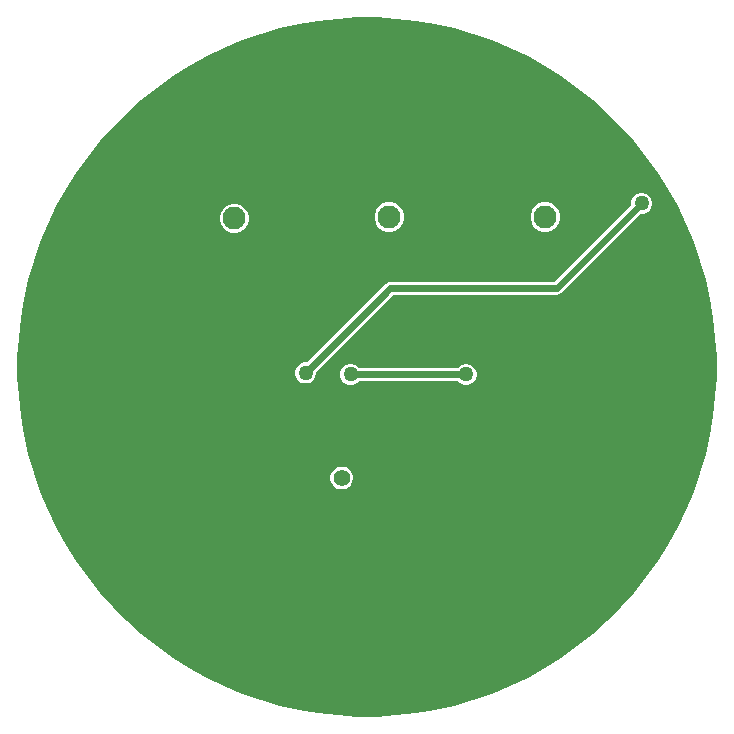
<source format=gbl>
G04*
G04 #@! TF.GenerationSoftware,Altium Limited,Altium Designer,21.7.2 (23)*
G04*
G04 Layer_Physical_Order=2*
G04 Layer_Color=16711680*
%FSLAX25Y25*%
%MOIN*%
G70*
G04*
G04 #@! TF.SameCoordinates,1BAC81EE-5B99-4A96-87E3-02ACC132FAAA*
G04*
G04*
G04 #@! TF.FilePolarity,Positive*
G04*
G01*
G75*
%ADD42C,0.02362*%
%ADD44C,0.05543*%
%ADD45C,0.07677*%
%ADD46R,0.07677X0.07677*%
%ADD47C,0.02362*%
%ADD48C,0.05000*%
G36*
X274296Y457143D02*
X280793Y456411D01*
X287239Y455316D01*
X293613Y453861D01*
X299895Y452051D01*
X306066Y449892D01*
X312106Y447390D01*
X317997Y444553D01*
X323719Y441391D01*
X329255Y437912D01*
X334587Y434129D01*
X339698Y430053D01*
X344573Y425696D01*
X349196Y421073D01*
X353553Y416198D01*
X357629Y411087D01*
X361412Y405755D01*
X364891Y400219D01*
X368053Y394497D01*
X370890Y388606D01*
X373392Y382566D01*
X375551Y376395D01*
X377361Y370113D01*
X378816Y363739D01*
X379911Y357293D01*
X380643Y350797D01*
X381010Y344269D01*
Y341000D01*
Y337731D01*
X380643Y331203D01*
X379911Y324707D01*
X378816Y318261D01*
X377361Y311887D01*
X375551Y305605D01*
X373392Y299434D01*
X370890Y293394D01*
X368053Y287503D01*
X364891Y281781D01*
X361412Y276245D01*
X357629Y270913D01*
X353553Y265802D01*
X349196Y260927D01*
X344573Y256304D01*
X339698Y251947D01*
X334587Y247871D01*
X329255Y244088D01*
X323719Y240609D01*
X317997Y237447D01*
X312106Y234610D01*
X306066Y232108D01*
X299895Y229949D01*
X293613Y228139D01*
X287239Y226684D01*
X280793Y225589D01*
X274296Y224857D01*
X267769Y224490D01*
X261231D01*
X254703Y224857D01*
X248207Y225589D01*
X241761Y226684D01*
X235387Y228139D01*
X229105Y229949D01*
X222934Y232108D01*
X216894Y234610D01*
X211003Y237447D01*
X205281Y240609D01*
X199745Y244088D01*
X194413Y247871D01*
X189302Y251947D01*
X184427Y256304D01*
X179804Y260927D01*
X175447Y265802D01*
X171371Y270913D01*
X167588Y276245D01*
X164109Y281781D01*
X160947Y287503D01*
X158110Y293394D01*
X155608Y299434D01*
X153449Y305605D01*
X151639Y311887D01*
X150184Y318261D01*
X149089Y324707D01*
X148357Y331203D01*
X147990Y337731D01*
Y341000D01*
Y344269D01*
X148357Y350797D01*
X149089Y357293D01*
X150184Y363739D01*
X151639Y370113D01*
X153449Y376395D01*
X155608Y382566D01*
X158110Y388606D01*
X160947Y394497D01*
X164109Y400219D01*
X167588Y405755D01*
X171371Y411087D01*
X175447Y416198D01*
X179804Y421073D01*
X184427Y425696D01*
X189302Y430053D01*
X194413Y434129D01*
X199745Y437912D01*
X205281Y441391D01*
X211003Y444553D01*
X216894Y447390D01*
X222934Y449892D01*
X229105Y452051D01*
X235387Y453861D01*
X241761Y455316D01*
X248207Y456411D01*
X254703Y457143D01*
X261231Y457510D01*
X267769D01*
X274296Y457143D01*
D02*
G37*
%LPC*%
G36*
X324480Y395839D02*
X323205D01*
X321975Y395509D01*
X320872Y394872D01*
X319971Y393971D01*
X319334Y392868D01*
X319004Y391637D01*
Y390363D01*
X319334Y389132D01*
X319971Y388029D01*
X320872Y387128D01*
X321975Y386491D01*
X323205Y386161D01*
X324480D01*
X325710Y386491D01*
X326814Y387128D01*
X327714Y388029D01*
X328351Y389132D01*
X328681Y390363D01*
Y391637D01*
X328351Y392868D01*
X327714Y393971D01*
X326814Y394872D01*
X325710Y395509D01*
X324480Y395839D01*
D02*
G37*
G36*
X272480D02*
X271205D01*
X269975Y395509D01*
X268872Y394872D01*
X267971Y393971D01*
X267334Y392868D01*
X267004Y391637D01*
Y390363D01*
X267334Y389132D01*
X267971Y388029D01*
X268872Y387128D01*
X269975Y386491D01*
X271205Y386161D01*
X272480D01*
X273710Y386491D01*
X274814Y387128D01*
X275714Y388029D01*
X276351Y389132D01*
X276681Y390363D01*
Y391637D01*
X276351Y392868D01*
X275714Y393971D01*
X274814Y394872D01*
X273710Y395509D01*
X272480Y395839D01*
D02*
G37*
G36*
X220901Y395339D02*
X219627D01*
X218396Y395009D01*
X217293Y394372D01*
X216392Y393471D01*
X215755Y392368D01*
X215425Y391137D01*
Y389863D01*
X215755Y388632D01*
X216392Y387529D01*
X217293Y386628D01*
X218396Y385991D01*
X219627Y385661D01*
X220901D01*
X222132Y385991D01*
X223235Y386628D01*
X224136Y387529D01*
X224773Y388632D01*
X225102Y389863D01*
Y391137D01*
X224773Y392368D01*
X224136Y393471D01*
X223235Y394372D01*
X222132Y395009D01*
X220901Y395339D01*
D02*
G37*
G36*
X356461Y399000D02*
X355539D01*
X354649Y398762D01*
X353851Y398301D01*
X353199Y397649D01*
X352738Y396851D01*
X352500Y395961D01*
Y395145D01*
X326829Y369474D01*
X272250D01*
X272250Y369474D01*
X271399Y369304D01*
X270677Y368823D01*
X270677Y368822D01*
X244355Y342500D01*
X243539D01*
X242649Y342262D01*
X241851Y341801D01*
X241199Y341149D01*
X240739Y340351D01*
X240500Y339461D01*
Y338539D01*
X240739Y337649D01*
X241199Y336851D01*
X241851Y336199D01*
X242649Y335738D01*
X243539Y335500D01*
X244461D01*
X245351Y335738D01*
X246149Y336199D01*
X246801Y336851D01*
X247262Y337649D01*
X247500Y338539D01*
Y339355D01*
X273171Y365026D01*
X327750D01*
X327750Y365026D01*
X328601Y365195D01*
X329323Y365677D01*
X355645Y392000D01*
X356461D01*
X357351Y392238D01*
X358149Y392699D01*
X358801Y393351D01*
X359261Y394149D01*
X359500Y395039D01*
Y395961D01*
X359261Y396851D01*
X358801Y397649D01*
X358149Y398301D01*
X357351Y398762D01*
X356461Y399000D01*
D02*
G37*
G36*
X297961Y342000D02*
X297039D01*
X296149Y341761D01*
X295351Y341301D01*
X294774Y340724D01*
X261726D01*
X261149Y341301D01*
X260351Y341761D01*
X259461Y342000D01*
X258539D01*
X257649Y341761D01*
X256851Y341301D01*
X256199Y340649D01*
X255738Y339851D01*
X255500Y338961D01*
Y338039D01*
X255738Y337149D01*
X256199Y336351D01*
X256851Y335699D01*
X257649Y335239D01*
X258539Y335000D01*
X259461D01*
X260351Y335239D01*
X261149Y335699D01*
X261726Y336276D01*
X294774D01*
X295351Y335699D01*
X296149Y335239D01*
X297039Y335000D01*
X297961D01*
X298851Y335239D01*
X299649Y335699D01*
X300301Y336351D01*
X300762Y337149D01*
X301000Y338039D01*
Y338961D01*
X300762Y339851D01*
X300301Y340649D01*
X299649Y341301D01*
X298851Y341761D01*
X297961Y342000D01*
D02*
G37*
G36*
X256536Y307772D02*
X255543D01*
X254584Y307515D01*
X253724Y307018D01*
X253021Y306316D01*
X252525Y305456D01*
X252268Y304497D01*
Y303503D01*
X252525Y302544D01*
X253021Y301684D01*
X253724Y300982D01*
X254584Y300485D01*
X255543Y300228D01*
X256536D01*
X257495Y300485D01*
X258355Y300982D01*
X259057Y301684D01*
X259554Y302544D01*
X259811Y303503D01*
Y304497D01*
X259554Y305456D01*
X259057Y306316D01*
X258355Y307018D01*
X257495Y307515D01*
X256536Y307772D01*
D02*
G37*
%LPD*%
D42*
X272250Y367250D02*
X327750D01*
X356000Y395500D01*
X244000Y339000D02*
X272250Y367250D01*
X259000Y338500D02*
X297500D01*
D44*
X256039Y304000D02*
D03*
X285961D02*
D03*
D45*
X271843Y391000D02*
D03*
X323843D02*
D03*
X220264Y390500D02*
D03*
D46*
X252157Y391000D02*
D03*
X304157D02*
D03*
X200579Y390500D02*
D03*
D47*
X374016Y354331D02*
D03*
X354331Y314961D02*
D03*
X314961Y393701D02*
D03*
X334646Y354331D02*
D03*
X314961Y314961D02*
D03*
X295276Y433071D02*
D03*
X275591Y314961D02*
D03*
X295276Y275591D02*
D03*
X275591Y236221D02*
D03*
X255906Y433071D02*
D03*
X236221Y393701D02*
D03*
Y314961D02*
D03*
X255906Y275591D02*
D03*
X236221Y236221D02*
D03*
X216535Y433071D02*
D03*
Y354331D02*
D03*
X196850Y314961D02*
D03*
X216535Y275591D02*
D03*
X177165Y354331D02*
D03*
X157480Y314961D02*
D03*
X177165Y275591D02*
D03*
D48*
X244000Y339000D02*
D03*
X356000Y395500D02*
D03*
X259000Y338500D02*
D03*
X297500D02*
D03*
M02*

</source>
